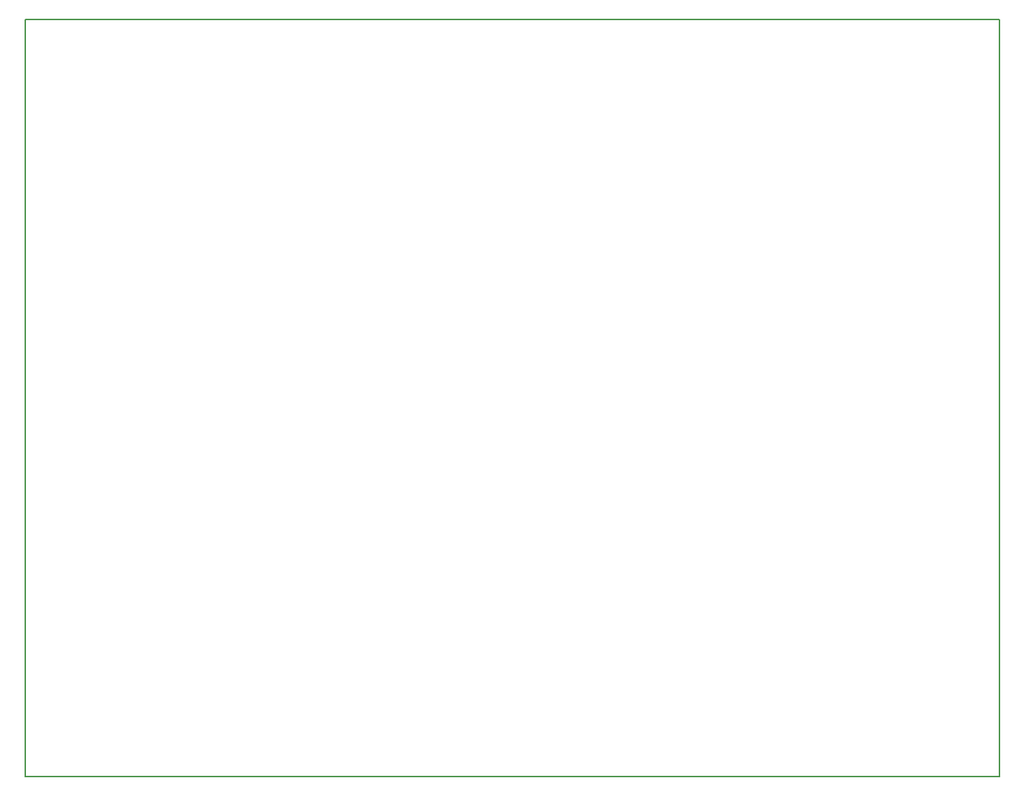
<source format=gm1>
G04 #@! TF.GenerationSoftware,KiCad,Pcbnew,9.0.0*
G04 #@! TF.CreationDate,2025-03-22T14:34:33-05:00*
G04 #@! TF.ProjectId,TMB3956,544d4233-3935-4362-9e6b-696361645f70,v1.0.1*
G04 #@! TF.SameCoordinates,Original*
G04 #@! TF.FileFunction,Profile,NP*
%FSLAX46Y46*%
G04 Gerber Fmt 4.6, Leading zero omitted, Abs format (unit mm)*
G04 Created by KiCad (PCBNEW 9.0.0) date 2025-03-22 14:34:33*
%MOMM*%
%LPD*%
G01*
G04 APERTURE LIST*
G04 #@! TA.AperFunction,Profile*
%ADD10C,0.150000*%
G04 #@! TD*
G04 APERTURE END LIST*
D10*
X50800000Y-38100000D02*
X165100000Y-38100000D01*
X165100000Y-127000000D01*
X50800000Y-127000000D01*
X50800000Y-38100000D01*
M02*

</source>
